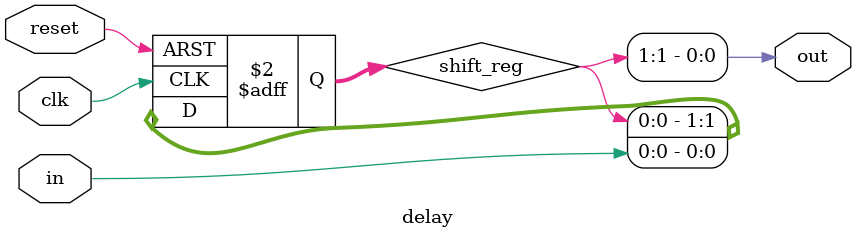
<source format=v>
module delay (
    input clk,
    input reset,
    input in,
    output reg out
);
    reg [1:0] shift_reg;
    
    always @(posedge clk or posedge reset) begin
        if (reset) begin
            shift_reg <= 2'b00;
        end else begin
            shift_reg <= {shift_reg[0], in};
        end
    end
    
    assign out = shift_reg[1];
endmodule
</source>
